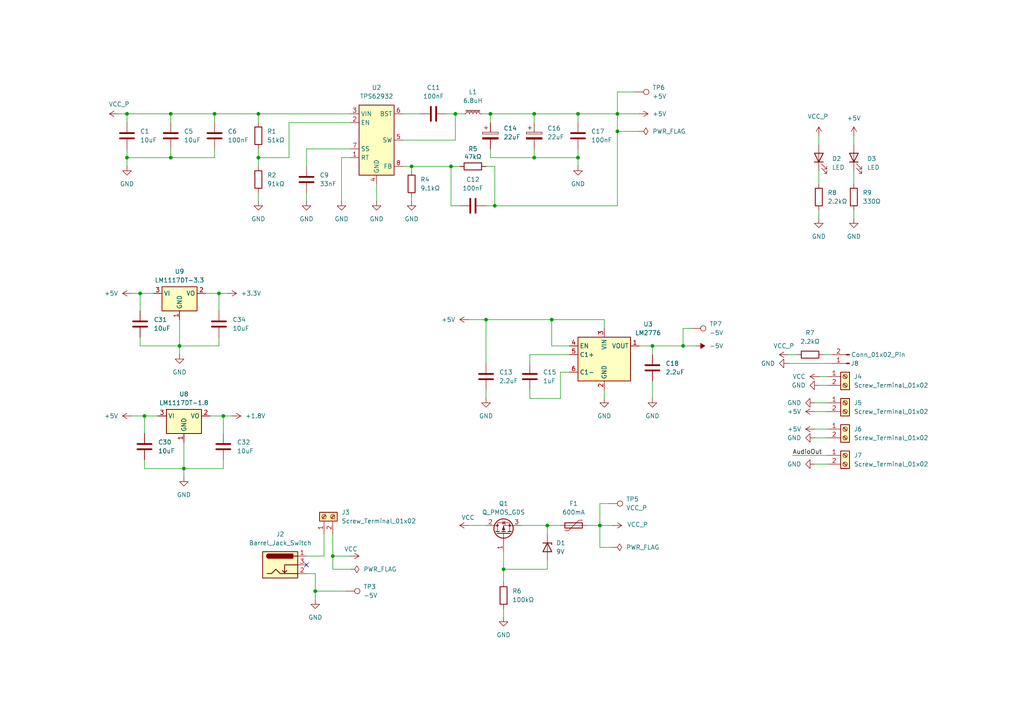
<source format=kicad_sch>
(kicad_sch (version 20250114) (generator "eeschema") (generator_version "9.0")
  (paper "A4")
  (title_block (title "${TITLE_BLOCK_PROJECT_NAME}") (date "${TITLE_BLOCK_DATE}") (rev "${TITLE_BLOCK_REVISION}") (company "${TITLE_BLOCK_AUTHOR}") (comment 1 "${TITLE_BLOCK_REPOSITORY}") (comment 8 "${TITLE_BLOCK_PROJECT_NAME_SHORT}") (comment 9 "${TITLE_BLOCK_BASE_REPOSITORY}"))
  (lib_symbols
    (symbol "Connector:Barrel_Jack_Switch" (pin_names (hide yes))
      (property "Reference" "J" (at 0 5.334 0))
      (property "Value" "Barrel_Jack_Switch" (at 0 -5.08 0))
      (symbol "Barrel_Jack_Switch_0_1"
        (rectangle (start -5.08 3.81) (end 5.08 -3.81) (stroke (width 0.254)) (fill (type background)))
        (polyline (pts (xy -3.81 -2.54) (xy -2.54 -2.54) (xy -1.27 -1.27) (xy 0 -2.54) (xy 2.54 -2.54) (xy 5.08 -2.54)) (stroke (width 0.254)))
        (arc (start -3.302 1.905) (mid -3.9343 2.54) (end -3.302 3.175) (stroke (width 0.254)))
        (arc (start -3.302 1.905) (mid -3.9343 2.54) (end -3.302 3.175) (stroke (width 0.254)) (fill (type outline)))
        (polyline (pts (xy 1.27 -2.286) (xy 1.905 -1.651)) (stroke (width 0.254)))
        (rectangle (start 3.683 3.175) (end -3.302 1.905) (stroke (width 0.254)) (fill (type outline)))
        (polyline (pts (xy 5.08 2.54) (xy 3.81 2.54)) (stroke (width 0.254)))
        (polyline (pts (xy 5.08 0) (xy 1.27 0) (xy 1.27 -2.286) (xy 0.635 -1.651)) (stroke (width 0.254)))
      )
      (symbol "Barrel_Jack_Switch_1_1"
        (pin passive line (at 7.62 2.54 180) (length 2.54) (name "~") (number "1"))
        (pin passive line (at 7.62 0 180) (length 2.54) (name "~") (number "3"))
        (pin passive line (at 7.62 -2.54 180) (length 2.54) (name "~") (number "2"))
      )
    )
    (symbol "Connector:Conn_01x02_Pin" (pin_names (offset 1.016) (hide yes))
      (property "Reference" "J" (at 0 2.54 0))
      (property "Value" "Conn_01x02_Pin" (at 0 -5.08 0))
      (symbol "Conn_01x02_Pin_1_1"
        (rectangle (start 0.8636 0.127) (end 0 -0.127) (stroke (width 0.1524)) (fill (type outline)))
        (rectangle (start 0.8636 -2.413) (end 0 -2.667) (stroke (width 0.1524)) (fill (type outline)))
        (polyline (pts (xy 1.27 0) (xy 0.8636 0)) (stroke (width 0.1524)))
        (polyline (pts (xy 1.27 -2.54) (xy 0.8636 -2.54)) (stroke (width 0.1524)))
        (pin passive line (at 5.08 0 180) (length 3.81) (name "Pin_1") (number "1"))
        (pin passive line (at 5.08 -2.54 180) (length 3.81) (name "Pin_2") (number "2"))
      )
    )
    (symbol "Connector:Screw_Terminal_01x02" (pin_names (offset 1.016) (hide yes))
      (property "Reference" "J" (at 0 2.54 0))
      (property "Value" "Screw_Terminal_01x02" (at 0 -5.08 0))
      (symbol "Screw_Terminal_01x02_1_1"
        (rectangle (start -1.27 1.27) (end 1.27 -3.81) (stroke (width 0.254)) (fill (type background)))
        (polyline (pts (xy -0.5334 0.3302) (xy 0.3302 -0.508)) (stroke (width 0.1524)))
        (polyline (pts (xy -0.5334 -2.2098) (xy 0.3302 -3.048)) (stroke (width 0.1524)))
        (polyline (pts (xy -0.3556 0.508) (xy 0.508 -0.3302)) (stroke (width 0.1524)))
        (polyline (pts (xy -0.3556 -2.032) (xy 0.508 -2.8702)) (stroke (width 0.1524)))
        (circle (center 0 0) (radius 0.635) (stroke (width 0.1524)))
        (circle (center 0 -2.54) (radius 0.635) (stroke (width 0.1524)))
        (pin passive line (at -5.08 0 0) (length 3.81) (name "Pin_1") (number "1"))
        (pin passive line (at -5.08 -2.54 0) (length 3.81) (name "Pin_2") (number "2"))
      )
    )
    (symbol "Connector:TestPoint" (pin_numbers (hide yes)) (pin_names (offset 0.762) (hide yes))
      (property "Reference" "TP" (at 0 6.858 0))
      (property "Value" "TestPoint" (at 0 5.08 0))
      (symbol "TestPoint_0_1"
        (circle (center 0 3.302) (radius 0.762))
      )
      (symbol "TestPoint_1_1"
        (pin passive line (at 0 0 90) (length 2.54) (name "1") (number "1"))
      )
    )
    (symbol "Device:C" (pin_numbers (hide yes)) (pin_names (offset 0.254))
      (property "Reference" "C" (at 0.635 2.54 0))
      (property "Value" "C" (at 0.635 -2.54 0))
      (symbol "C_0_1"
        (polyline (pts (xy -2.032 0.762) (xy 2.032 0.762)) (stroke (width 0.508)))
        (polyline (pts (xy -2.032 -0.762) (xy 2.032 -0.762)) (stroke (width 0.508)))
      )
      (symbol "C_1_1"
        (pin passive line (at 0 3.81 270) (length 2.794) (name "~") (number "1"))
        (pin passive line (at 0 -3.81 90) (length 2.794) (name "~") (number "2"))
      )
    )
    (symbol "Device:C_Polarized" (pin_numbers (hide yes)) (pin_names (offset 0.254))
      (property "Reference" "C" (at 0.635 2.54 0))
      (property "Value" "C_Polarized" (at 0.635 -2.54 0))
      (symbol "C_Polarized_0_1"
        (rectangle (start -2.286 0.508) (end 2.286 1.016))
        (polyline (pts (xy -1.778 2.286) (xy -0.762 2.286)))
        (polyline (pts (xy -1.27 2.794) (xy -1.27 1.778)))
        (rectangle (start 2.286 -0.508) (end -2.286 -1.016) (fill (type outline)))
      )
      (symbol "C_Polarized_1_1"
        (pin passive line (at 0 3.81 270) (length 2.794) (name "~") (number "1"))
        (pin passive line (at 0 -3.81 90) (length 2.794) (name "~") (number "2"))
      )
    )
    (symbol "Device:D_Zener" (pin_numbers (hide yes)) (pin_names (offset 1.016) (hide yes))
      (property "Reference" "D" (at 0 2.54 0))
      (property "Value" "D_Zener" (at 0 -2.54 0))
      (symbol "D_Zener_0_1"
        (polyline (pts (xy -1.27 -1.27) (xy -1.27 1.27) (xy -0.762 1.27)) (stroke (width 0.254)))
        (polyline (pts (xy 1.27 0) (xy -1.27 0)))
        (polyline (pts (xy 1.27 -1.27) (xy 1.27 1.27) (xy -1.27 0) (xy 1.27 -1.27)) (stroke (width 0.254)))
      )
      (symbol "D_Zener_1_1"
        (pin passive line (at -3.81 0 0) (length 2.54) (name "K") (number "1"))
        (pin passive line (at 3.81 0 180) (length 2.54) (name "A") (number "2"))
      )
    )
    (symbol "Device:LED" (pin_numbers (hide yes)) (pin_names (offset 1.016) (hide yes))
      (property "Reference" "D" (at 0 2.54 0))
      (property "Value" "LED" (at 0 -2.54 0))
      (symbol "LED_0_1"
        (polyline (pts (xy -3.048 -0.762) (xy -4.572 -2.286) (xy -3.81 -2.286) (xy -4.572 -2.286) (xy -4.572 -1.524)))
        (polyline (pts (xy -1.778 -0.762) (xy -3.302 -2.286) (xy -2.54 -2.286) (xy -3.302 -2.286) (xy -3.302 -1.524)))
        (polyline (pts (xy -1.27 0) (xy 1.27 0)))
        (polyline (pts (xy -1.27 -1.27) (xy -1.27 1.27)) (stroke (width 0.254)))
        (polyline (pts (xy 1.27 -1.27) (xy 1.27 1.27) (xy -1.27 0) (xy 1.27 -1.27)) (stroke (width 0.254)))
      )
      (symbol "LED_1_1"
        (pin passive line (at -3.81 0 0) (length 2.54) (name "K") (number "1"))
        (pin passive line (at 3.81 0 180) (length 2.54) (name "A") (number "2"))
      )
    )
    (symbol "Device:L_Iron_Small" (pin_numbers (hide yes)) (pin_names (offset 0.254) (hide yes))
      (property "Reference" "L" (at 1.27 1.016 0))
      (property "Value" "L_Iron_Small" (at 1.27 -1.27 0))
      (symbol "L_Iron_Small_0_1"
        (arc (start 0 2.032) (mid 0.5058 1.524) (end 0 1.016))
        (arc (start 0 1.016) (mid 0.5058 0.508) (end 0 0))
        (arc (start 0 0) (mid 0.5058 -0.508) (end 0 -1.016))
        (arc (start 0 -1.016) (mid 0.5058 -1.524) (end 0 -2.032))
        (polyline (pts (xy 0.762 2.032) (xy 0.762 -2.032)))
        (polyline (pts (xy 1.016 -2.032) (xy 1.016 2.032)))
      )
      (symbol "L_Iron_Small_1_1"
        (pin passive line (at 0 2.54 270) (length 0.508) (name "~") (number "1"))
        (pin passive line (at 0 -2.54 90) (length 0.508) (name "~") (number "2"))
      )
    )
    (symbol "Device:Polyfuse" (pin_numbers (hide yes)) (pin_names (offset 0))
      (property "Reference" "F" (at -2.54 0 90))
      (property "Value" "Polyfuse" (at 2.54 0 90))
      (symbol "Polyfuse_0_1"
        (polyline (pts (xy -1.524 2.54) (xy -1.524 1.524) (xy 1.524 -1.524) (xy 1.524 -2.54)))
        (rectangle (start -0.762 2.54) (end 0.762 -2.54) (stroke (width 0.254)))
        (polyline (pts (xy 0 2.54) (xy 0 -2.54)))
      )
      (symbol "Polyfuse_1_1"
        (pin passive line (at 0 3.81 270) (length 1.27) (name "~") (number "1"))
        (pin passive line (at 0 -3.81 90) (length 1.27) (name "~") (number "2"))
      )
    )
    (symbol "Device:Q_PMOS_GDS" (pin_names (offset 0) (hide yes))
      (property "Reference" "Q" (at 5.08 1.27 0))
      (property "Value" "Q_PMOS_GDS" (at 5.08 -1.27 0))
      (symbol "Q_PMOS_GDS_0_1"
        (polyline (pts (xy 0.254 1.905) (xy 0.254 -1.905)) (stroke (width 0.254)))
        (polyline (pts (xy 0.254 0) (xy -2.54 0)))
        (polyline (pts (xy 0.762 2.286) (xy 0.762 1.27)) (stroke (width 0.254)))
        (polyline (pts (xy 0.762 1.778) (xy 3.302 1.778) (xy 3.302 -1.778) (xy 0.762 -1.778)))
        (polyline (pts (xy 0.762 0.508) (xy 0.762 -0.508)) (stroke (width 0.254)))
        (polyline (pts (xy 0.762 -1.27) (xy 0.762 -2.286)) (stroke (width 0.254)))
        (circle (center 1.651 0) (radius 2.794) (stroke (width 0.254)))
        (polyline (pts (xy 2.286 0) (xy 1.27 0.381) (xy 1.27 -0.381) (xy 2.286 0)) (fill (type outline)))
        (polyline (pts (xy 2.54 2.54) (xy 2.54 1.778)))
        (circle (center 2.54 1.778) (radius 0.254) (fill (type outline)))
        (circle (center 2.54 -1.778) (radius 0.254) (fill (type outline)))
        (polyline (pts (xy 2.54 -2.54) (xy 2.54 0) (xy 0.762 0)))
        (polyline (pts (xy 2.794 -0.508) (xy 2.921 -0.381) (xy 3.683 -0.381) (xy 3.81 -0.254)))
        (polyline (pts (xy 3.302 -0.381) (xy 2.921 0.254) (xy 3.683 0.254) (xy 3.302 -0.381)))
      )
      (symbol "Q_PMOS_GDS_1_1"
        (pin input line (at -5.08 0 0) (length 2.54) (name "G") (number "1"))
        (pin passive line (at 2.54 5.08 270) (length 2.54) (name "D") (number "2"))
        (pin passive line (at 2.54 -5.08 90) (length 2.54) (name "S") (number "3"))
      )
    )
    (symbol "Device:R" (pin_numbers (hide yes)) (pin_names (offset 0))
      (property "Reference" "R" (at 2.032 0 90))
      (property "Value" "R" (at 0 0 90))
      (symbol "R_0_1"
        (rectangle (start -1.016 -2.54) (end 1.016 2.54) (stroke (width 0.254)))
      )
      (symbol "R_1_1"
        (pin passive line (at 0 3.81 270) (length 1.27) (name "~") (number "1"))
        (pin passive line (at 0 -3.81 90) (length 1.27) (name "~") (number "2"))
      )
    )
    (symbol "Regulator_Linear:LM1117DT-1.8"
      (property "Reference" "U" (at -3.81 3.175 0))
      (property "Value" "LM1117DT-1.8" (at 0 3.175 0))
      (symbol "LM1117DT-1.8_0_1"
        (rectangle (start -5.08 -5.08) (end 5.08 1.905) (stroke (width 0.254)) (fill (type background)))
      )
      (symbol "LM1117DT-1.8_1_1"
        (pin power_in line (at -7.62 0 0) (length 2.54) (name "VI") (number "3"))
        (pin power_in line (at 0 -7.62 90) (length 2.54) (name "GND") (number "1"))
        (pin power_out line (at 7.62 0 180) (length 2.54) (name "VO") (number "2"))
      )
    )
    (symbol "Regulator_Linear:LM1117DT-3.3"
      (property "Reference" "U" (at -3.81 3.175 0))
      (property "Value" "LM1117DT-3.3" (at 0 3.175 0))
      (symbol "LM1117DT-3.3_0_1"
        (rectangle (start -5.08 -5.08) (end 5.08 1.905) (stroke (width 0.254)) (fill (type background)))
      )
      (symbol "LM1117DT-3.3_1_1"
        (pin power_in line (at -7.62 0 0) (length 2.54) (name "VI") (number "3"))
        (pin power_in line (at 0 -7.62 90) (length 2.54) (name "GND") (number "1"))
        (pin power_out line (at 7.62 0 180) (length 2.54) (name "VO") (number "2"))
      )
    )
    (symbol "Regulator_SwitchedCapacitor:LM2776"
      (property "Reference" "U" (at -6.35 6.35 0))
      (property "Value" "LM2776" (at 1.27 6.35 0))
      (symbol "LM2776_0_1"
        (rectangle (start -7.62 5.08) (end 7.62 -7.62) (stroke (width 0.254)) (fill (type background)))
      )
      (symbol "LM2776_1_1"
        (pin input line (at -10.16 2.54 0) (length 2.54) (name "EN") (number "4"))
        (pin passive line (at -10.16 0 0) (length 2.54) (name "C1+") (number "5"))
        (pin passive line (at -10.16 -5.08 0) (length 2.54) (name "C1-") (number "6"))
        (pin power_in line (at 0 7.62 270) (length 2.54) (name "VIN") (number "3"))
        (pin power_in line (at 0 -10.16 90) (length 2.54) (name "GND") (number "2"))
        (pin power_out line (at 10.16 2.54 180) (length 2.54) (name "VOUT") (number "1"))
      )
    )
    (symbol "Regulator_Switching:TPS62932"
      (property "Reference" "U" (at 0 13.97 0))
      (property "Value" "TPS62932" (at 0 11.43 0))
      (symbol "TPS62932_0_1"
        (rectangle (start -5.08 10.16) (end 5.08 -10.16) (stroke (width 0.254)) (fill (type background)))
      )
      (symbol "TPS62932_1_1"
        (pin power_in line (at -7.62 7.62 0) (length 2.54) (name "VIN") (number "3"))
        (pin input line (at -7.62 5.08 0) (length 2.54) (name "EN") (number "2"))
        (pin passive line (at -7.62 -2.54 0) (length 2.54) (name "SS") (number "7"))
        (pin passive line (at -7.62 -5.08 0) (length 2.54) (name "RT") (number "1"))
        (pin power_in line (at 0 -12.7 90) (length 2.54) (name "GND") (number "4"))
        (pin passive line (at 7.62 7.62 180) (length 2.54) (name "BST") (number "6"))
        (pin output line (at 7.62 0 180) (length 2.54) (name "SW") (number "5"))
        (pin input line (at 7.62 -7.62 180) (length 2.54) (name "FB") (number "8"))
      )
    )
    (symbol "power:+5V" (power) (pin_numbers (hide yes)) (pin_names (offset 0) (hide yes))
      (property "Value" "+5V" (at 0 3.556 0))
      (symbol "+5V_0_1"
        (polyline (pts (xy -0.762 1.27) (xy 0 2.54)))
        (polyline (pts (xy 0 2.54) (xy 0.762 1.27)))
        (polyline (pts (xy 0 0) (xy 0 2.54)))
      )
      (symbol "+5V_1_1"
        (pin power_in line (at 0 0 90) (length 0) (name "~") (number "1"))
      )
    )
    (symbol "power:-5V" (power) (pin_numbers (hide yes)) (pin_names (offset 0) (hide yes))
      (property "Value" "-5V" (at 0 3.556 0))
      (symbol "-5V_0_0"
        (pin power_in line (at 0 0 90) (length 0) (name "~") (number "1"))
      )
      (symbol "-5V_0_1"
        (polyline (pts (xy 0 0) (xy 0 1.27) (xy 0.762 1.27) (xy 0 2.54) (xy -0.762 1.27) (xy 0 1.27)) (fill (type outline)))
      )
    )
    (symbol "power:GND" (power) (pin_numbers (hide yes)) (pin_names (offset 0) (hide yes))
      (property "Value" "GND" (at 0 -3.81 0))
      (symbol "GND_0_1"
        (polyline (pts (xy 0 0) (xy 0 -1.27) (xy 1.27 -1.27) (xy 0 -2.54) (xy -1.27 -1.27) (xy 0 -1.27)))
      )
      (symbol "GND_1_1"
        (pin power_in line (at 0 0 270) (length 0) (name "~") (number "1"))
      )
    )
    (symbol "power:PWR_FLAG" (power) (pin_numbers (hide yes)) (pin_names (offset 0) (hide yes))
      (property "Value" "PWR_FLAG" (at 0 3.81 0))
      (symbol "PWR_FLAG_0_0"
        (pin power_out line (at 0 0 90) (length 0) (name "~") (number "1"))
      )
      (symbol "PWR_FLAG_0_1"
        (polyline (pts (xy 0 0) (xy 0 1.27) (xy -1.016 1.905) (xy 0 2.54) (xy 1.016 1.905) (xy 0 1.27)))
      )
    )
    (symbol "power:VCC" (power) (pin_numbers (hide yes)) (pin_names (offset 0) (hide yes))
      (property "Value" "VCC" (at 0 3.556 0))
      (symbol "VCC_0_1"
        (polyline (pts (xy -0.762 1.27) (xy 0 2.54)))
        (polyline (pts (xy 0 2.54) (xy 0.762 1.27)))
        (polyline (pts (xy 0 0) (xy 0 2.54)))
      )
      (symbol "VCC_1_1"
        (pin power_in line (at 0 0 90) (length 0) (name "~") (number "1"))
      )
    )
  )
  (rectangle (start 153.67 110.49) (end 153.67 110.49))
  (junction (at 36.83 45.72))
  (junction (at 130.81 48.26))
  (junction (at 167.64 45.72))
  (junction (at 189.23 100.33))
  (junction (at 179.07 38.1))
  (junction (at 74.93 45.72))
  (junction (at 167.64 33.02))
  (junction (at 62.23 33.02))
  (junction (at 173.99 152.4))
  (junction (at 154.94 45.72))
  (junction (at 132.08 33.02))
  (junction (at 140.97 92.71))
  (junction (at 198.12 100.33))
  (junction (at 142.24 33.02))
  (junction (at 36.83 33.02))
  (junction (at 63.5 85.09))
  (junction (at 119.38 48.26))
  (junction (at 41.91 120.65))
  (junction (at 143.51 59.69))
  (junction (at 49.53 45.72))
  (junction (at 40.64 85.09))
  (junction (at 64.77 120.65))
  (junction (at 49.53 33.02))
  (junction (at 74.93 33.02))
  (junction (at 160.02 92.71))
  (junction (at 179.07 33.02))
  (junction (at 154.94 33.02))
  (junction (at 158.75 152.4))
  (junction (at 53.34 135.89))
  (junction (at 91.44 171.45))
  (junction (at 96.52 161.29))
  (junction (at 146.05 165.1))
  (junction (at 52.07 100.33))
  (no_connect (at 88.9 163.83))
  (wire (pts (xy 38.1 85.09) (xy 40.64 85.09)))
  (wire (pts (xy 179.07 38.1) (xy 179.07 59.69)))
  (wire (pts (xy 41.91 135.89) (xy 53.34 135.89)))
  (wire (pts (xy 40.64 85.09) (xy 44.45 85.09)))
  (wire (pts (xy 170.18 152.4) (xy 173.99 152.4)))
  (wire (pts (xy 167.64 35.56) (xy 167.64 33.02)))
  (wire (pts (xy 237.49 60.96) (xy 237.49 63.5)))
  (wire (pts (xy 167.64 33.02) (xy 179.07 33.02)))
  (wire (pts (xy 135.89 92.71) (xy 140.97 92.71)))
  (wire (pts (xy 38.1 120.65) (xy 41.91 120.65)))
  (wire (pts (xy 175.26 113.03) (xy 175.26 115.57)))
  (wire (pts (xy 167.64 45.72) (xy 167.64 48.26)))
  (wire (pts (xy 135.89 152.4) (xy 140.97 152.4)))
  (wire (pts (xy 133.35 59.69) (xy 130.81 59.69)))
  (wire (pts (xy 36.83 33.02) (xy 49.53 33.02)))
  (wire (pts (xy 247.65 49.53) (xy 247.65 53.34)))
  (wire (pts (xy 119.38 49.53) (xy 119.38 48.26)))
  (wire (pts (xy 40.64 97.79) (xy 40.64 100.33)))
  (wire (pts (xy 146.05 165.1) (xy 146.05 168.91)))
  (wire (pts (xy 142.24 45.72) (xy 154.94 45.72)))
  (wire (pts (xy 179.07 33.02) (xy 179.07 38.1)))
  (wire (pts (xy 64.77 120.65) (xy 64.77 125.73)))
  (wire (pts (xy 63.5 97.79) (xy 63.5 100.33)))
  (wire (pts (xy 63.5 85.09) (xy 59.69 85.09)))
  (wire (pts (xy 49.53 45.72) (xy 62.23 45.72)))
  (wire (pts (xy 49.53 45.72) (xy 49.53 43.18)))
  (wire (pts (xy 177.8 158.75) (xy 173.99 158.75)))
  (wire (pts (xy 143.51 59.69) (xy 179.07 59.69)))
  (wire (pts (xy 142.24 33.02) (xy 142.24 35.56)))
  (wire (pts (xy 132.08 33.02) (xy 129.54 33.02)))
  (wire (pts (xy 88.9 43.18) (xy 88.9 48.26)))
  (wire (pts (xy 119.38 57.15) (xy 119.38 58.42)))
  (wire (pts (xy 52.07 100.33) (xy 63.5 100.33)))
  (wire (pts (xy 88.9 55.88) (xy 88.9 58.42)))
  (wire (pts (xy 238.76 102.87) (xy 241.3 102.87)))
  (wire (pts (xy 140.97 113.03) (xy 140.97 115.57)))
  (wire (pts (xy 153.67 115.57) (xy 162.56 115.57)))
  (wire (pts (xy 179.07 26.67) (xy 179.07 33.02)))
  (wire (pts (xy 93.98 161.29) (xy 93.98 154.94)))
  (wire (pts (xy 158.75 152.4) (xy 162.56 152.4)))
  (wire (pts (xy 140.97 92.71) (xy 140.97 105.41)))
  (wire (pts (xy 36.83 45.72) (xy 49.53 45.72)))
  (wire (pts (xy 247.65 60.96) (xy 247.65 63.5)))
  (wire (pts (xy 158.75 165.1) (xy 146.05 165.1)))
  (wire (pts (xy 62.23 33.02) (xy 74.93 33.02)))
  (wire (pts (xy 63.5 85.09) (xy 66.04 85.09)))
  (wire (pts (xy 189.23 100.33) (xy 198.12 100.33)))
  (wire (pts (xy 179.07 33.02) (xy 185.42 33.02)))
  (wire (pts (xy 153.67 102.87) (xy 165.1 102.87)))
  (wire (pts (xy 185.42 100.33) (xy 189.23 100.33)))
  (wire (pts (xy 91.44 166.37) (xy 88.9 166.37)))
  (wire (pts (xy 36.83 48.26) (xy 36.83 45.72)))
  (wire (pts (xy 154.94 45.72) (xy 167.64 45.72)))
  (wire (pts (xy 40.64 90.17) (xy 40.64 85.09)))
  (wire (pts (xy 228.6 105.41) (xy 241.3 105.41)))
  (wire (pts (xy 74.93 33.02) (xy 101.6 33.02)))
  (wire (pts (xy 41.91 125.73) (xy 41.91 120.65)))
  (wire (pts (xy 96.52 154.94) (xy 96.52 161.29)))
  (wire (pts (xy 167.64 45.72) (xy 167.64 43.18)))
  (wire (pts (xy 91.44 173.99) (xy 91.44 171.45)))
  (wire (pts (xy 116.84 33.02) (xy 121.92 33.02)))
  (wire (pts (xy 109.22 53.34) (xy 109.22 58.42)))
  (wire (pts (xy 158.75 154.94) (xy 158.75 152.4)))
  (wire (pts (xy 229.87 132.08) (xy 240.03 132.08)))
  (wire (pts (xy 96.52 165.1) (xy 96.52 161.29)))
  (wire (pts (xy 40.64 100.33) (xy 52.07 100.33)))
  (wire (pts (xy 189.23 110.49) (xy 189.23 115.57)))
  (wire (pts (xy 236.22 124.46) (xy 240.03 124.46)))
  (wire (pts (xy 74.93 33.02) (xy 74.93 35.56)))
  (wire (pts (xy 36.83 43.18) (xy 36.83 45.72)))
  (wire (pts (xy 237.49 111.76) (xy 240.03 111.76)))
  (wire (pts (xy 88.9 161.29) (xy 93.98 161.29)))
  (wire (pts (xy 101.6 161.29) (xy 96.52 161.29)))
  (wire (pts (xy 140.97 59.69) (xy 143.51 59.69)))
  (wire (pts (xy 101.6 43.18) (xy 88.9 43.18)))
  (wire (pts (xy 200.66 95.25) (xy 198.12 95.25)))
  (wire (pts (xy 189.23 100.33) (xy 189.23 102.87)))
  (wire (pts (xy 64.77 135.89) (xy 64.77 133.35)))
  (wire (pts (xy 130.81 48.26) (xy 133.35 48.26)))
  (wire (pts (xy 142.24 33.02) (xy 154.94 33.02)))
  (wire (pts (xy 154.94 45.72) (xy 154.94 43.18)))
  (wire (pts (xy 162.56 115.57) (xy 162.56 107.95)))
  (wire (pts (xy 236.22 116.84) (xy 240.03 116.84)))
  (wire (pts (xy 99.06 45.72) (xy 101.6 45.72)))
  (wire (pts (xy 198.12 100.33) (xy 201.93 100.33)))
  (wire (pts (xy 160.02 100.33) (xy 165.1 100.33)))
  (wire (pts (xy 158.75 152.4) (xy 151.13 152.4)))
  (wire (pts (xy 130.81 59.69) (xy 130.81 48.26)))
  (wire (pts (xy 179.07 26.67) (xy 184.15 26.67)))
  (wire (pts (xy 153.67 105.41) (xy 153.67 102.87)))
  (wire (pts (xy 119.38 48.26) (xy 116.84 48.26)))
  (wire (pts (xy 83.82 35.56) (xy 83.82 45.72)))
  (wire (pts (xy 91.44 171.45) (xy 91.44 166.37)))
  (wire (pts (xy 53.34 128.27) (xy 53.34 135.89)))
  (wire (pts (xy 173.99 152.4) (xy 177.8 152.4)))
  (wire (pts (xy 34.29 33.02) (xy 36.83 33.02)))
  (wire (pts (xy 146.05 176.53) (xy 146.05 179.07)))
  (wire (pts (xy 52.07 92.71) (xy 52.07 100.33)))
  (wire (pts (xy 143.51 48.26) (xy 143.51 59.69)))
  (wire (pts (xy 173.99 146.05) (xy 173.99 152.4)))
  (wire (pts (xy 99.06 45.72) (xy 99.06 58.42)))
  (wire (pts (xy 119.38 48.26) (xy 130.81 48.26)))
  (wire (pts (xy 162.56 107.95) (xy 165.1 107.95)))
  (wire (pts (xy 153.67 113.03) (xy 153.67 115.57)))
  (wire (pts (xy 237.49 49.53) (xy 237.49 53.34)))
  (wire (pts (xy 160.02 100.33) (xy 160.02 92.71)))
  (wire (pts (xy 91.44 171.45) (xy 100.33 171.45)))
  (wire (pts (xy 49.53 33.02) (xy 62.23 33.02)))
  (wire (pts (xy 74.93 43.18) (xy 74.93 45.72)))
  (wire (pts (xy 41.91 120.65) (xy 45.72 120.65)))
  (wire (pts (xy 74.93 55.88) (xy 74.93 58.42)))
  (wire (pts (xy 74.93 45.72) (xy 83.82 45.72)))
  (wire (pts (xy 41.91 133.35) (xy 41.91 135.89)))
  (wire (pts (xy 175.26 92.71) (xy 175.26 95.25)))
  (wire (pts (xy 154.94 33.02) (xy 167.64 33.02)))
  (wire (pts (xy 53.34 135.89) (xy 53.34 138.43)))
  (wire (pts (xy 175.26 92.71) (xy 160.02 92.71)))
  (wire (pts (xy 74.93 48.26) (xy 74.93 45.72)))
  (wire (pts (xy 132.08 33.02) (xy 134.62 33.02)))
  (wire (pts (xy 60.96 120.65) (xy 64.77 120.65)))
  (wire (pts (xy 62.23 33.02) (xy 62.23 35.56)))
  (wire (pts (xy 236.22 127) (xy 240.03 127)))
  (wire (pts (xy 142.24 43.18) (xy 142.24 45.72)))
  (wire (pts (xy 160.02 92.71) (xy 140.97 92.71)))
  (wire (pts (xy 176.53 146.05) (xy 173.99 146.05)))
  (wire (pts (xy 139.7 33.02) (xy 142.24 33.02)))
  (wire (pts (xy 228.6 102.87) (xy 231.14 102.87)))
  (wire (pts (xy 237.49 109.22) (xy 240.03 109.22)))
  (wire (pts (xy 198.12 95.25) (xy 198.12 100.33)))
  (wire (pts (xy 36.83 35.56) (xy 36.83 33.02)))
  (wire (pts (xy 237.49 39.37) (xy 237.49 41.91)))
  (wire (pts (xy 52.07 100.33) (xy 52.07 102.87)))
  (wire (pts (xy 158.75 162.56) (xy 158.75 165.1)))
  (wire (pts (xy 101.6 165.1) (xy 96.52 165.1)))
  (wire (pts (xy 132.08 40.64) (xy 132.08 33.02)))
  (wire (pts (xy 67.31 120.65) (xy 64.77 120.65)))
  (wire (pts (xy 101.6 35.56) (xy 83.82 35.56)))
  (wire (pts (xy 236.22 134.62) (xy 240.03 134.62)))
  (wire (pts (xy 140.97 48.26) (xy 143.51 48.26)))
  (wire (pts (xy 236.22 119.38) (xy 240.03 119.38)))
  (wire (pts (xy 173.99 158.75) (xy 173.99 152.4)))
  (wire (pts (xy 179.07 38.1) (xy 185.42 38.1)))
  (wire (pts (xy 146.05 160.02) (xy 146.05 165.1)))
  (wire (pts (xy 247.65 39.37) (xy 247.65 41.91)))
  (wire (pts (xy 62.23 43.18) (xy 62.23 45.72)))
  (wire (pts (xy 154.94 35.56) (xy 154.94 33.02)))
  (wire (pts (xy 53.34 135.89) (xy 64.77 135.89)))
  (wire (pts (xy 116.84 40.64) (xy 132.08 40.64)))
  (wire (pts (xy 49.53 33.02) (xy 49.53 35.56)))
  (wire (pts (xy 63.5 90.17) (xy 63.5 85.09)))
  (label "AudioOut" (at 229.87 132.08 0))
  (symbol (lib_id "Device:C_Polarized") (at 142.24 39.37 0) (unit 1)
    (property "Reference" "C14" (at 146.05 37.2109 0) (effects (justify left)))
    (property "Value" "22uF" (at 146.05 39.7509 0) (effects (justify left)))
    (property "Footprint" "Capacitor_SMD:CP_Elec_4x5.4" (effects (hide yes)))
    (property "Description" "Polarized capacitor" (effects (hide yes)))
  )
  (symbol (lib_id "power:VCC") (at 237.49 39.37 0) (unit 1)
    (property "Reference" "#PWR035" (effects (hide yes)))
    (property "Value" "VCC_P" (at 234.188 33.782 0) (effects (justify left)))
    (property "Description" "Power symbol creates a global label with name \"VCC\"" (effects (hide yes)))
  )
  (symbol (lib_id "power:+5V") (at 38.1 85.09 90) (unit 1)
    (property "Reference" "#PWR062" (effects (hide yes)))
    (property "Value" "+5V" (at 34.29 85.09 90) (effects (justify left)))
    (property "Description" "Power symbol creates a global label with name \"+5V\"" (effects (hide yes)))
  )
  (symbol (lib_id "Device:R") (at 74.93 52.07 0) (unit 1)
    (property "Reference" "R2" (at 77.47 50.7999 0) (effects (justify left)))
    (property "Value" "91kΩ" (at 77.47 53.3399 0) (effects (justify left)))
    (property "Footprint" "Resistor_SMD:R_0805_2012Metric_Pad1.20x1.40mm_HandSolder" (effects (hide yes)))
    (property "Description" "Resistor" (effects (hide yes)))
  )
  (symbol (lib_id "power:GND") (at 237.49 111.76 270) (unit 1)
    (property "Reference" "#PWR038" (effects (hide yes)))
    (property "Value" "GND" (at 233.68 111.7599 90) (effects (justify right)))
    (property "Description" "Power symbol creates a global label with name \"GND\" , ground" (effects (hide yes)))
  )
  (symbol (lib_id "power:GND") (at 52.07 102.87 0) (unit 1)
    (property "Reference" "#PWR061" (effects (hide yes)))
    (property "Value" "GND" (at 52.07 107.95 0))
    (property "Description" "Power symbol creates a global label with name \"GND\" , ground" (effects (hide yes)))
  )
  (symbol (lib_id "Connector:TestPoint") (at 200.66 95.25 270) (unit 1)
    (property "Reference" "TP7" (at 205.74 93.9799 90) (effects (justify left)))
    (property "Value" "-5V" (at 205.74 96.5199 90) (effects (justify left)))
    (property "Footprint" "TestPoint:TestPoint_Pad_D1.0mm" (effects (hide yes)))
    (property "Description" "test point" (effects (hide yes)))
  )
  (symbol (lib_id "power:+5V") (at 247.65 39.37 0) (unit 1)
    (property "Reference" "#PWR039" (effects (hide yes)))
    (property "Value" "+5V" (at 247.65 34.29 0))
    (property "Description" "Power symbol creates a global label with name \"+5V\"" (effects (hide yes)))
  )
  (symbol (lib_id "power:+5V") (at 67.31 120.65 270) (unit 1)
    (property "Reference" "#PWR058" (effects (hide yes)))
    (property "Value" "+1.8V" (at 71.12 120.65 90) (effects (justify left)))
    (property "Description" "Power symbol creates a global label with name \"+5V\"" (effects (hide yes)))
  )
  (symbol (lib_id "power:GND") (at 109.22 58.42 0) (unit 1)
    (property "Reference" "#PWR016" (effects (hide yes)))
    (property "Value" "GND" (at 109.22 63.5 0))
    (property "Description" "Power symbol creates a global label with name \"GND\" , ground" (effects (hide yes)))
  )
  (symbol (lib_id "Connector:Screw_Terminal_01x02") (at 245.11 132.08 0) (unit 1)
    (property "Reference" "J7" (at 247.65 132.0799 0) (effects (justify left)))
    (property "Value" "Screw_Terminal_01x02" (at 247.65 134.6199 0) (effects (justify left)))
    (property "Footprint" "TerminalBlock_Phoenix:TerminalBlock_Phoenix_MPT-0,5-2-2.54_1x02_P2.54mm_Horizontal" (effects (hide yes)))
    (property "Description" "Generic screw terminal, single row, 01x02, script generated (kicad-library-utils/schlib/autogen/connector/)" (effects (hide yes)))
    (property "LCSC" "C5188442" (effects (hide yes)))
  )
  (symbol (lib_id "power:GND") (at 236.22 134.62 270) (unit 1)
    (property "Reference" "#PWR034" (effects (hide yes)))
    (property "Value" "GND" (at 232.41 134.6199 90) (effects (justify right)))
    (property "Description" "Power symbol creates a global label with name \"GND\" , ground" (effects (hide yes)))
  )
  (symbol (lib_id "power:PWR_FLAG") (at 101.6 165.1 270) (unit 1)
    (property "Reference" "#FLG01" (effects (hide yes)))
    (property "Value" "PWR_FLAG" (at 105.41 165.0999 90) (effects (justify left)))
    (property "Description" "Special symbol for telling ERC where power comes from" (effects (hide yes)))
  )
  (symbol (lib_id "Device:C_Polarized") (at 154.94 39.37 0) (unit 1)
    (property "Reference" "C16" (at 158.75 37.2109 0) (effects (justify left)))
    (property "Value" "22uF" (at 158.75 39.7509 0) (effects (justify left)))
    (property "Footprint" "Capacitor_SMD:CP_Elec_4x5.4" (effects (hide yes)))
    (property "Description" "Polarized capacitor" (effects (hide yes)))
  )
  (symbol (lib_id "power:+5V") (at 236.22 119.38 90) (unit 1)
    (property "Reference" "#PWR031" (effects (hide yes)))
    (property "Value" "+5V" (at 232.41 119.3799 90) (effects (justify left)))
    (property "Description" "Power symbol creates a global label with name \"+5V\"" (effects (hide yes)))
  )
  (symbol (lib_id "power:+5V") (at 236.22 124.46 90) (unit 1)
    (property "Reference" "#PWR032" (effects (hide yes)))
    (property "Value" "+5V" (at 232.41 124.4599 90) (effects (justify left)))
    (property "Description" "Power symbol creates a global label with name \"+5V\"" (effects (hide yes)))
  )
  (symbol (lib_id "Connector:Conn_01x02_Pin") (at 246.38 105.41 180) (unit 1)
    (property "Reference" "J8" (at 247.904 105.41 0))
    (property "Value" "Conn_01x02_Pin" (at 254.762 102.87 0))
    (property "Footprint" "Connector_PinHeader_2.54mm:PinHeader_1x02_P2.54mm_Vertical" (effects (hide yes)))
    (property "Description" "Generic connector, single row, 01x02, script generated" (effects (hide yes)))
  )
  (symbol (lib_id "Device:C") (at 36.83 39.37 0) (unit 1)
    (property "Reference" "C1" (at 40.64 38.0999 0) (effects (justify left)))
    (property "Value" "10uF" (at 40.64 40.6399 0) (effects (justify left)))
    (property "Footprint" "Capacitor_SMD:C_0805_2012Metric_Pad1.18x1.45mm_HandSolder" (effects (hide yes)))
    (property "Description" "Unpolarized capacitor" (effects (hide yes)))
  )
  (symbol (lib_id "Device:C") (at 63.5 93.98 180) (unit 1)
    (property "Reference" "C34" (at 67.4311 92.7099 0) (effects (justify right)))
    (property "Value" "10uF" (at 67.4311 95.2499 0) (effects (justify right)))
    (property "Footprint" "Capacitor_SMD:C_0805_2012Metric_Pad1.18x1.45mm_HandSolder" (effects (hide yes)))
    (property "Description" "Unpolarized capacitor" (effects (hide yes)))
  )
  (symbol (lib_id "Device:Polyfuse") (at 166.37 152.4 90) (unit 1)
    (property "Reference" "F1" (at 166.37 146.05 90))
    (property "Value" "600mA" (at 166.37 148.59 90))
    (property "Footprint" "balanced-receiver:Fuse_1812_4532Metric_Pad1.30x3.40mm_HandSolder" (effects (hide yes)))
    (property "Description" "Resettable fuse, polymeric positive temperature coefficient" (effects (hide yes)))
    (property "LCSC" "C135357" (effects (hide yes)))
  )
  (symbol (lib_id "power:GND") (at 189.23 115.57 0) (unit 1)
    (property "Reference" "#PWR026" (effects (hide yes)))
    (property "Value" "GND" (at 189.23 120.65 0))
    (property "Description" "Power symbol creates a global label with name \"GND\" , ground" (effects (hide yes)))
  )
  (symbol (lib_id "Device:C") (at 125.73 33.02 90) (unit 1)
    (property "Reference" "C11" (at 125.73 25.4 90))
    (property "Value" "100nF" (at 125.73 27.94 90))
    (property "Footprint" "Capacitor_SMD:C_0805_2012Metric_Pad1.18x1.45mm_HandSolder" (effects (hide yes)))
    (property "Description" "Unpolarized capacitor" (effects (hide yes)))
  )
  (symbol (lib_id "Device:C") (at 41.91 129.54 180) (unit 1)
    (property "Reference" "C30" (at 45.8411 128.2699 0) (effects (justify right)))
    (property "Value" "10uF" (at 45.8411 130.8099 0) (effects (justify right)))
    (property "Footprint" "Capacitor_SMD:C_0805_2012Metric_Pad1.18x1.45mm_HandSolder" (effects (hide yes)))
    (property "Description" "Unpolarized capacitor" (effects (hide yes)))
  )
  (symbol (lib_id "Device:C") (at 49.53 39.37 0) (unit 1)
    (property "Reference" "C5" (at 53.34 38.0999 0) (effects (justify left)))
    (property "Value" "10uF" (at 53.34 40.6399 0) (effects (justify left)))
    (property "Footprint" "Capacitor_SMD:C_0805_2012Metric_Pad1.18x1.45mm_HandSolder" (effects (hide yes)))
    (property "Description" "Unpolarized capacitor" (effects (hide yes)))
  )
  (symbol (lib_id "Device:LED") (at 237.49 45.72 90) (unit 1)
    (property "Reference" "D2" (at 241.3 46.0374 90) (effects (justify right)))
    (property "Value" "LED" (at 241.3 48.5774 90) (effects (justify right)))
    (property "Footprint" "LED_SMD:LED_0805_2012Metric_Pad1.15x1.40mm_HandSolder" (effects (hide yes)))
    (property "Description" "RED LED" (effects (hide yes)))
  )
  (symbol (lib_id "power:+5V") (at 135.89 92.71 90) (unit 1)
    (property "Reference" "#PWR018" (effects (hide yes)))
    (property "Value" "+5V" (at 132.08 92.7099 90) (effects (justify left)))
    (property "Description" "Power symbol creates a global label with name \"+5V\"" (effects (hide yes)))
  )
  (symbol (lib_id "power:GND") (at 119.38 58.42 0) (unit 1)
    (property "Reference" "#PWR017" (effects (hide yes)))
    (property "Value" "GND" (at 119.38 63.5 0))
    (property "Description" "Power symbol creates a global label with name \"GND\" , ground" (effects (hide yes)))
  )
  (symbol (lib_id "power:+5V") (at 66.04 85.09 270) (unit 1)
    (property "Reference" "#PWR063" (effects (hide yes)))
    (property "Value" "+3.3V" (at 69.85 85.09 90) (effects (justify left)))
    (property "Description" "Power symbol creates a global label with name \"+5V\"" (effects (hide yes)))
  )
  (symbol (lib_id "Device:R") (at 137.16 48.26 270) (unit 1)
    (property "Reference" "R5" (at 137.16 43.18 90))
    (property "Value" "47kΩ" (at 137.16 45.466 90))
    (property "Footprint" "Resistor_SMD:R_0805_2012Metric_Pad1.20x1.40mm_HandSolder" (effects (hide yes)))
    (property "Description" "Resistor" (effects (hide yes)))
  )
  (symbol (lib_id "power:GND") (at 247.65 63.5 0) (unit 1)
    (property "Reference" "#PWR040" (effects (hide yes)))
    (property "Value" "GND" (at 247.65 68.58 0))
    (property "Description" "Power symbol creates a global label with name \"GND\" , ground" (effects (hide yes)))
  )
  (symbol (lib_id "power:GND") (at 53.34 138.43 0) (unit 1)
    (property "Reference" "#PWR060" (effects (hide yes)))
    (property "Value" "GND" (at 53.34 143.51 0))
    (property "Description" "Power symbol creates a global label with name \"GND\" , ground" (effects (hide yes)))
  )
  (symbol (lib_id "Device:R") (at 247.65 57.15 0) (unit 1)
    (property "Reference" "R9" (at 250.19 55.8799 0) (effects (justify left)))
    (property "Value" "330Ω" (at 250.19 58.4199 0) (effects (justify left)))
    (property "Footprint" "Resistor_SMD:R_0805_2012Metric_Pad1.20x1.40mm_HandSolder" (effects (hide yes)))
    (property "Description" "Resistor" (effects (hide yes)))
  )
  (symbol (lib_id "Connector:Screw_Terminal_01x02") (at 93.98 149.86 90) (unit 1)
    (property "Reference" "J3" (at 99.06 148.5899 90) (effects (justify right)))
    (property "Value" "Screw_Terminal_01x02" (at 99.06 151.1299 90) (effects (justify right)))
    (property "Footprint" "TerminalBlock_Phoenix:TerminalBlock_Phoenix_MPT-0,5-2-2.54_1x02_P2.54mm_Horizontal" (effects (hide yes)))
    (property "Description" "Generic screw terminal, single row, 01x02, script generated (kicad-library-utils/schlib/autogen/connector/)" (effects (hide yes)))
    (property "LCSC" "C5188442" (effects (hide yes)))
  )
  (symbol (lib_id "Device:C") (at 40.64 93.98 180) (unit 1)
    (property "Reference" "C31" (at 44.5711 92.7099 0) (effects (justify right)))
    (property "Value" "10uF" (at 44.5711 95.2499 0) (effects (justify right)))
    (property "Footprint" "Capacitor_SMD:C_0805_2012Metric_Pad1.18x1.45mm_HandSolder" (effects (hide yes)))
    (property "Description" "Unpolarized capacitor" (effects (hide yes)))
  )
  (symbol (lib_id "Device:LED") (at 247.65 45.72 90) (unit 1)
    (property "Reference" "D3" (at 251.46 46.0374 90) (effects (justify right)))
    (property "Value" "LED" (at 251.46 48.5774 90) (effects (justify right)))
    (property "Footprint" "LED_SMD:LED_0805_2012Metric_Pad1.15x1.40mm_HandSolder" (effects (hide yes)))
    (property "Description" "RED LED" (effects (hide yes)))
  )
  (symbol (lib_id "power:GND") (at 36.83 48.26 0) (unit 1)
    (property "Reference" "#PWR04" (effects (hide yes)))
    (property "Value" "GND" (at 36.83 53.34 0))
    (property "Description" "Power symbol creates a global label with name \"GND\" , ground" (effects (hide yes)))
  )
  (symbol (lib_id "power:GND") (at 99.06 58.42 0) (unit 1)
    (property "Reference" "#PWR013" (effects (hide yes)))
    (property "Value" "GND" (at 99.06 63.5 0))
    (property "Description" "Power symbol creates a global label with name \"GND\" , ground" (effects (hide yes)))
  )
  (symbol (lib_id "Device:C") (at 189.23 106.68 0) (unit 1)
    (property "Reference" "C18" (at 193.04 105.4099 0) (effects (justify left)))
    (property "Value" "2.2uF" (at 193.04 107.9499 0) (effects (justify left)))
    (property "Footprint" "Capacitor_SMD:C_0805_2012Metric_Pad1.18x1.45mm_HandSolder" (effects (hide yes)))
    (property "Description" "Unpolarized capacitor" (effects (hide yes)))
  )
  (symbol (lib_id "power:VCC") (at 228.6 102.87 90) (unit 1)
    (property "Reference" "#PWR028" (effects (hide yes)))
    (property "Value" "VCC_P" (at 227.33 100.33 90))
    (property "Description" "Power symbol creates a global label with name \"VCC\"" (effects (hide yes)))
  )
  (symbol (lib_id "power:VCC") (at 237.49 109.22 90) (unit 1)
    (property "Reference" "#PWR037" (effects (hide yes)))
    (property "Value" "VCC" (at 233.68 109.2199 90) (effects (justify left)))
    (property "Description" "Power symbol creates a global label with name \"VCC\"" (effects (hide yes)))
  )
  (symbol (lib_id "Device:C") (at 137.16 59.69 90) (unit 1)
    (property "Reference" "C12" (at 137.16 52.07 90))
    (property "Value" "100nF" (at 137.16 54.61 90))
    (property "Footprint" "Capacitor_SMD:C_0805_2012Metric_Pad1.18x1.45mm_HandSolder" (effects (hide yes)))
    (property "Description" "Unpolarized capacitor" (effects (hide yes)))
  )
  (symbol (lib_id "power:GND") (at 146.05 179.07 0) (mirror y) (unit 1)
    (property "Reference" "#PWR021" (effects (hide yes)))
    (property "Value" "GND" (at 146.05 184.15 0))
    (property "Description" "Power symbol creates a global label with name \"GND\" , ground" (effects (hide yes)))
  )
  (symbol (lib_id "Device:C") (at 64.77 129.54 180) (unit 1)
    (property "Reference" "C32" (at 68.7011 128.2699 0) (effects (justify right)))
    (property "Value" "10uF" (at 68.7011 130.8099 0) (effects (justify right)))
    (property "Footprint" "Capacitor_SMD:C_0805_2012Metric_Pad1.18x1.45mm_HandSolder" (effects (hide yes)))
    (property "Description" "Unpolarized capacitor" (effects (hide yes)))
  )
  (symbol (lib_id "power:+5V") (at 185.42 33.02 270) (unit 1)
    (property "Reference" "#PWR025" (effects (hide yes)))
    (property "Value" "+5V" (at 189.23 33.02 90) (effects (justify left)))
    (property "Description" "Power symbol creates a global label with name \"+5V\"" (effects (hide yes)))
  )
  (symbol (lib_id "Regulator_Switching:TPS62932") (at 109.22 40.64 0) (unit 1)
    (property "Reference" "U2" (at 109.22 25.4 0))
    (property "Value" "TPS62932" (at 109.22 27.94 0))
    (property "Footprint" "balanced-receiver:SOT-583-8" (effects (hide yes)))
    (property "Datasheet" "https://www.ti.com/lit/ds/symlink/tps62933.pdf" (effects (hide yes)))
    (property "Description" "3.8-30V, 2A  Synchronous Buck Converters with pulse frequency modulation (PFM), SOT583-8" (effects (hide yes)))
    (property "LCSC" "C3032935" (effects (hide yes)))
  )
  (symbol (lib_id "power:VCC") (at 34.29 33.02 90) (unit 1)
    (property "Reference" "#PWR03" (effects (hide yes)))
    (property "Value" "VCC_P" (at 34.544 30.226 90))
    (property "Description" "Power symbol creates a global label with name \"VCC\"" (effects (hide yes)))
  )
  (symbol (lib_id "Connector:TestPoint") (at 184.15 26.67 270) (unit 1)
    (property "Reference" "TP6" (at 189.23 25.3999 90) (effects (justify left)))
    (property "Value" "+5V" (at 189.23 27.9399 90) (effects (justify left)))
    (property "Footprint" "TestPoint:TestPoint_Pad_D1.0mm" (effects (hide yes)))
    (property "Description" "test point" (effects (hide yes)))
  )
  (symbol (lib_id "Device:D_Zener") (at 158.75 158.75 270) (unit 1)
    (property "Reference" "D1" (at 161.29 157.4799 90) (effects (justify left)))
    (property "Value" "9V" (at 161.29 160.0199 90) (effects (justify left)))
    (property "Footprint" "Diode_SMD:D_SOD-123" (effects (hide yes)))
    (property "Description" "Zener diode" (effects (hide yes)))
    (property "LCSC" "C5182291" (effects (hide yes)))
  )
  (symbol (lib_id "Device:C") (at 62.23 39.37 0) (unit 1)
    (property "Reference" "C6" (at 66.04 38.0999 0) (effects (justify left)))
    (property "Value" "100nF" (at 66.04 40.6399 0) (effects (justify left)))
    (property "Footprint" "Capacitor_SMD:C_0805_2012Metric_Pad1.18x1.45mm_HandSolder" (effects (hide yes)))
    (property "Description" "Unpolarized capacitor" (effects (hide yes)))
  )
  (symbol (lib_id "power:GND") (at 88.9 58.42 0) (unit 1)
    (property "Reference" "#PWR011" (effects (hide yes)))
    (property "Value" "GND" (at 88.9 63.5 0))
    (property "Description" "Power symbol creates a global label with name \"GND\" , ground" (effects (hide yes)))
  )
  (symbol (lib_id "power:GND") (at 175.26 115.57 0) (unit 1)
    (property "Reference" "#PWR023" (effects (hide yes)))
    (property "Value" "GND" (at 175.26 120.65 0))
    (property "Description" "Power symbol creates a global label with name \"GND\" , ground" (effects (hide yes)))
  )
  (symbol (lib_id "power:GND") (at 237.49 63.5 0) (unit 1)
    (property "Reference" "#PWR036" (effects (hide yes)))
    (property "Value" "GND" (at 237.49 68.58 0))
    (property "Description" "Power symbol creates a global label with name \"GND\" , ground" (effects (hide yes)))
  )
  (symbol (lib_id "Connector:Barrel_Jack_Switch") (at 81.28 163.83 0) (unit 1)
    (property "Reference" "J2" (at 81.28 154.94 0))
    (property "Value" "Barrel_Jack_Switch" (at 81.28 157.48 0))
    (property "Footprint" "balanced-receiver:BarrelJack_GCT_DCJ200-10-A_Horizontal" (effects (hide yes)))
    (property "Description" "DC Barrel Jack with an internal switch" (effects (hide yes)))
    (property "LCSC" "C22459640" (effects (hide yes)))
  )
  (symbol (lib_id "Device:C") (at 88.9 52.07 0) (unit 1)
    (property "Reference" "C9" (at 92.71 50.7999 0) (effects (justify left)))
    (property "Value" "33nF" (at 92.71 53.3399 0) (effects (justify left)))
    (property "Footprint" "Capacitor_SMD:C_0805_2012Metric_Pad1.18x1.45mm_HandSolder" (effects (hide yes)))
    (property "Description" "Unpolarized capacitor" (effects (hide yes)))
  )
  (symbol (lib_id "Device:R") (at 74.93 39.37 0) (unit 1)
    (property "Reference" "R1" (at 77.47 38.0999 0) (effects (justify left)))
    (property "Value" "51kΩ" (at 77.47 40.6399 0) (effects (justify left)))
    (property "Footprint" "Resistor_SMD:R_0805_2012Metric_Pad1.20x1.40mm_HandSolder" (effects (hide yes)))
    (property "Description" "Resistor" (effects (hide yes)))
  )
  (symbol (lib_id "power:PWR_FLAG") (at 177.8 158.75 270) (unit 1)
    (property "Reference" "#FLG03" (effects (hide yes)))
    (property "Value" "PWR_FLAG" (at 181.61 158.7499 90) (effects (justify left)))
    (property "Description" "Special symbol for telling ERC where power comes from" (effects (hide yes)))
  )
  (symbol (lib_id "Device:C") (at 153.67 109.22 0) (unit 1)
    (property "Reference" "C15" (at 157.48 107.9499 0) (effects (justify left)))
    (property "Value" "1uF" (at 157.48 110.4899 0) (effects (justify left)))
    (property "Footprint" "Capacitor_SMD:C_0805_2012Metric_Pad1.18x1.45mm_HandSolder" (effects (hide yes)))
    (property "Description" "Unpolarized capacitor" (effects (hide yes)))
  )
  (symbol (lib_id "power:VCC") (at 177.8 152.4 270) (unit 1)
    (property "Reference" "#PWR024" (effects (hide yes)))
    (property "Value" "VCC_P" (at 181.864 152.146 90) (effects (justify left)))
    (property "Description" "Power symbol creates a global label with name \"VCC\"" (effects (hide yes)))
  )
  (symbol (lib_id "power:VCC") (at 135.89 152.4 90) (unit 1)
    (property "Reference" "#PWR019" (effects (hide yes)))
    (property "Value" "VCC" (at 137.668 150.114 90) (effects (justify left)))
    (property "Description" "Power symbol creates a global label with name \"VCC\"" (effects (hide yes)))
  )
  (symbol (lib_id "Regulator_Linear:LM1117DT-3.3") (at 52.07 85.09 0) (unit 1)
    (property "Reference" "U9" (at 52.07 78.74 0))
    (property "Value" "LM1117DT-3.3" (at 52.07 81.28 0))
    (property "Footprint" "Package_TO_SOT_SMD:TO-252-3_TabPin2" (effects (hide yes)))
    (property "Datasheet" "http://www.ti.com/lit/ds/symlink/lm1117.pdf" (effects (hide yes)))
    (property "Description" "800mA Low-Dropout Linear Regulator, 3.3V fixed output, TO-252" (effects (hide yes)))
  )
  (symbol (lib_id "Device:R") (at 237.49 57.15 0) (unit 1)
    (property "Reference" "R8" (at 240.03 55.8799 0) (effects (justify left)))
    (property "Value" "2.2kΩ" (at 240.03 58.4199 0) (effects (justify left)))
    (property "Footprint" "Resistor_SMD:R_0805_2012Metric_Pad1.20x1.40mm_HandSolder" (effects (hide yes)))
    (property "Description" "Resistor" (effects (hide yes)))
  )
  (symbol (lib_id "Connector:Screw_Terminal_01x02") (at 245.11 124.46 0) (unit 1)
    (property "Reference" "J6" (at 247.65 124.4599 0) (effects (justify left)))
    (property "Value" "Screw_Terminal_01x02" (at 247.65 126.9999 0) (effects (justify left)))
    (property "Footprint" "TerminalBlock_Phoenix:TerminalBlock_Phoenix_MPT-0,5-2-2.54_1x02_P2.54mm_Horizontal" (effects (hide yes)))
    (property "Description" "Generic screw terminal, single row, 01x02, script generated (kicad-library-utils/schlib/autogen/connector/)" (effects (hide yes)))
    (property "LCSC" "C5188442" (effects (hide yes)))
  )
  (symbol (lib_id "Regulator_Linear:LM1117DT-1.8") (at 53.34 120.65 0) (unit 1)
    (property "Reference" "U8" (at 53.34 114.3 0))
    (property "Value" "LM1117DT-1.8" (at 53.34 116.84 0))
    (property "Footprint" "Package_TO_SOT_SMD:TO-252-3_TabPin2" (effects (hide yes)))
    (property "Datasheet" "http://www.ti.com/lit/ds/symlink/lm1117.pdf" (effects (hide yes)))
    (property "Description" "800mA Low-Dropout Linear Regulator, 1.8V fixed output, TO-252" (effects (hide yes)))
  )
  (symbol (lib_id "power:+5V") (at 38.1 120.65 90) (unit 1)
    (property "Reference" "#PWR059" (effects (hide yes)))
    (property "Value" "+5V" (at 34.29 120.65 90) (effects (justify left)))
    (property "Description" "Power symbol creates a global label with name \"+5V\"" (effects (hide yes)))
  )
  (symbol (lib_id "Device:R") (at 234.95 102.87 270) (unit 1)
    (property "Reference" "R7" (at 234.95 96.52 90))
    (property "Value" "2.2kΩ" (at 234.95 99.06 90))
    (property "Footprint" "Resistor_SMD:R_0805_2012Metric_Pad1.20x1.40mm_HandSolder" (effects (hide yes)))
    (property "Description" "Resistor" (effects (hide yes)))
  )
  (symbol (lib_id "power:GND") (at 91.44 173.99 0) (unit 1)
    (property "Reference" "#PWR012" (effects (hide yes)))
    (property "Value" "GND" (at 91.44 179.07 0))
    (property "Description" "Power symbol creates a global label with name \"GND\" , ground" (effects (hide yes)))
  )
  (symbol (lib_id "power:GND") (at 228.6 105.41 270) (unit 1)
    (property "Reference" "#PWR029" (effects (hide yes)))
    (property "Value" "GND" (at 224.79 105.4099 90) (effects (justify right)))
    (property "Description" "Power symbol creates a global label with name \"GND\" , ground" (effects (hide yes)))
  )
  (symbol (lib_id "Device:C") (at 140.97 109.22 0) (unit 1)
    (property "Reference" "C13" (at 144.78 107.9499 0) (effects (justify left)))
    (property "Value" "2.2uF" (at 144.78 110.4899 0) (effects (justify left)))
    (property "Footprint" "Capacitor_SMD:C_0805_2012Metric_Pad1.18x1.45mm_HandSolder" (effects (hide yes)))
    (property "Description" "Unpolarized capacitor" (effects (hide yes)))
  )
  (symbol (lib_id "power:GND") (at 167.64 48.26 0) (unit 1)
    (property "Reference" "#PWR022" (effects (hide yes)))
    (property "Value" "GND" (at 167.64 53.34 0))
    (property "Description" "Power symbol creates a global label with name \"GND\" , ground" (effects (hide yes)))
  )
  (symbol (lib_id "Device:Q_PMOS_GDS") (at 146.05 154.94 90) (unit 1)
    (property "Reference" "Q1" (at 146.05 146.05 90))
    (property "Value" "Q_PMOS_GDS" (at 146.05 148.59 90))
    (property "Footprint" "Package_TO_SOT_SMD:SOT-23" (effects (hide yes)))
    (property "Description" "P-MOSFET transistor, gate/drain/source" (effects (hide yes)))
    (property "LCSC" "SOT-23" (effects (hide yes)))
  )
  (symbol (lib_id "Connector:Screw_Terminal_01x02") (at 245.11 116.84 0) (unit 1)
    (property "Reference" "J5" (at 247.65 116.8399 0) (effects (justify left)))
    (property "Value" "Screw_Terminal_01x02" (at 247.65 119.3799 0) (effects (justify left)))
    (property "Footprint" "balanced-receiver:JST_XH_B2B-XH-AM_1x02_P2.50mm_Vertical" (effects (hide yes)))
    (property "Description" "Generic screw terminal, single row, 01x02, script generated (kicad-library-utils/schlib/autogen/connector/)" (effects (hide yes)))
  )
  (symbol (lib_id "power:GND") (at 236.22 127 270) (unit 1)
    (property "Reference" "#PWR033" (effects (hide yes)))
    (property "Value" "GND" (at 232.41 126.9999 90) (effects (justify right)))
    (property "Description" "Power symbol creates a global label with name \"GND\" , ground" (effects (hide yes)))
  )
  (symbol (lib_id "power:PWR_FLAG") (at 185.42 38.1 270) (unit 1)
    (property "Reference" "#FLG04" (effects (hide yes)))
    (property "Value" "PWR_FLAG" (at 189.23 38.0999 90) (effects (justify left)))
    (property "Description" "Special symbol for telling ERC where power comes from" (effects (hide yes)))
  )
  (symbol (lib_id "Regulator_SwitchedCapacitor:LM2776") (at 175.26 102.87 0) (unit 1)
    (property "Reference" "U3" (at 187.96 94.0114 0))
    (property "Value" "LM2776" (at 187.96 96.5514 0))
    (property "Footprint" "Package_TO_SOT_SMD:SOT-23-6" (effects (hide yes)))
    (property "Datasheet" "http://www.ti.com/lit/ds/symlink/lm2776.pdf" (effects (hide yes)))
    (property "Description" "Switched capacitor inverter, inverts positive voltage +2.7 to +5.5V to negative, 200mA, SOT-23-6" (effects (hide yes)))
    (property "LCSC" "C69527" (effects (hide yes)))
  )
  (symbol (lib_id "Connector:Screw_Terminal_01x02") (at 245.11 109.22 0) (unit 1)
    (property "Reference" "J4" (at 247.65 109.2199 0) (effects (justify left)))
    (property "Value" "Screw_Terminal_01x02" (at 247.65 111.7599 0) (effects (justify left)))
    (property "Footprint" "TerminalBlock_Phoenix:TerminalBlock_Phoenix_MPT-0,5-2-2.54_1x02_P2.54mm_Horizontal" (effects (hide yes)))
    (property "Description" "Generic screw terminal, single row, 01x02, script generated (kicad-library-utils/schlib/autogen/connector/)" (effects (hide yes)))
    (property "LCSC" "C5188442" (effects (hide yes)))
  )
  (symbol (lib_id "power:VCC") (at 101.6 161.29 270) (unit 1)
    (property "Reference" "#PWR014" (effects (hide yes)))
    (property "Value" "VCC" (at 99.822 159.258 90) (effects (justify left)))
    (property "Description" "Power symbol creates a global label with name \"VCC\"" (effects (hide yes)))
  )
  (symbol (lib_id "power:GND") (at 140.97 115.57 0) (unit 1)
    (property "Reference" "#PWR020" (effects (hide yes)))
    (property "Value" "GND" (at 140.97 120.65 0))
    (property "Description" "Power symbol creates a global label with name \"GND\" , ground" (effects (hide yes)))
  )
  (symbol (lib_id "Device:L_Iron_Small") (at 137.16 33.02 90) (unit 1)
    (property "Reference" "L1" (at 137.16 26.67 90))
    (property "Value" "6.8uH" (at 137.16 29.21 90))
    (property "Footprint" "balanced-receiver:L_7.3x7.3_H4.5" (effects (hide yes)))
    (property "Description" "Inductor with iron core, small symbol" (effects (hide yes)))
  )
  (symbol (lib_id "Device:C") (at 167.64 39.37 0) (unit 1)
    (property "Reference" "C17" (at 171.45 38.0999 0) (effects (justify left)))
    (property "Value" "100nF" (at 171.45 40.6399 0) (effects (justify left)))
    (property "Footprint" "Capacitor_SMD:C_0805_2012Metric_Pad1.18x1.45mm_HandSolder" (effects (hide yes)))
    (property "Description" "Unpolarized capacitor" (effects (hide yes)))
  )
  (symbol (lib_id "power:-5V") (at 201.93 100.33 270) (unit 1)
    (property "Reference" "#PWR027" (effects (hide yes)))
    (property "Value" "-5V" (at 205.74 100.3299 90) (effects (justify left)))
    (property "Description" "Power symbol creates a global label with name \"-5V\"" (effects (hide yes)))
  )
  (symbol (lib_id "Connector:TestPoint") (at 176.53 146.05 270) (unit 1)
    (property "Reference" "TP5" (at 181.61 144.7799 90) (effects (justify left)))
    (property "Value" "VCC_P" (at 181.61 147.3199 90) (effects (justify left)))
    (property "Footprint" "TestPoint:TestPoint_Pad_D1.0mm" (effects (hide yes)))
    (property "Description" "test point" (effects (hide yes)))
  )
  (symbol (lib_id "Connector:TestPoint") (at 100.33 171.45 270) (unit 1)
    (property "Reference" "TP3" (at 105.41 170.1799 90) (effects (justify left)))
    (property "Value" "-5V" (at 105.41 172.7199 90) (effects (justify left)))
    (property "Footprint" "TestPoint:TestPoint_Pad_D1.0mm" (effects (hide yes)))
    (property "Description" "test point" (effects (hide yes)))
  )
  (symbol (lib_id "Device:R") (at 119.38 53.34 0) (unit 1)
    (property "Reference" "R4" (at 121.92 52.0699 0) (effects (justify left)))
    (property "Value" "9.1kΩ" (at 121.92 54.6099 0) (effects (justify left)))
    (property "Footprint" "Resistor_SMD:R_0805_2012Metric_Pad1.20x1.40mm_HandSolder" (effects (hide yes)))
    (property "Description" "Resistor" (effects (hide yes)))
  )
  (symbol (lib_id "power:GND") (at 236.22 116.84 270) (unit 1)
    (property "Reference" "#PWR030" (effects (hide yes)))
    (property "Value" "GND" (at 232.41 116.8399 90) (effects (justify right)))
    (property "Description" "Power symbol creates a global label with name \"GND\" , ground" (effects (hide yes)))
  )
  (symbol (lib_id "power:GND") (at 74.93 58.42 0) (unit 1)
    (property "Reference" "#PWR09" (effects (hide yes)))
    (property "Value" "GND" (at 74.93 63.5 0))
    (property "Description" "Power symbol creates a global label with name \"GND\" , ground" (effects (hide yes)))
  )
  (symbol (lib_id "Device:R") (at 146.05 172.72 0) (unit 1)
    (property "Reference" "R6" (at 148.59 171.4499 0) (effects (justify left)))
    (property "Value" "100kΩ" (at 148.59 173.9899 0) (effects (justify left)))
    (property "Footprint" "Resistor_SMD:R_0805_2012Metric_Pad1.20x1.40mm_HandSolder" (effects (hide yes)))
    (property "Description" "Resistor" (effects (hide yes)))
  )
  (sheet (at 1.27 224.79) (size 52.07 25.4) (stroke (width 0.1524))
    (property "Sheetname" "analog_output" (at 1.27 224.0784 0) (effects (justify left bottom)))
    (property "Sheetfile" "analog_output.kicad_sch" (at 1.27 250.7746 0) (effects (justify left top)))
  )
  (sheet (at 133.35 227.33) (size 48.26 25.4) (stroke (width 0.1524))
    (property "Sheetname" "analog_input" (at 133.35 226.6184 0) (effects (justify left bottom)))
    (property "Sheetfile" "analog_input.kicad_sch" (at 133.35 253.3146 0) (effects (justify left top)))
  )
  (sheet (at 58.42 224.79) (size 52.07 25.4) (stroke (width 0.1524))
    (property "Sheetname" "adau_1701" (at 58.42 224.0784 0) (effects (justify left bottom)))
    (property "Sheetfile" "adau_1701.kicad_sch" (at 58.42 250.7746 0) (effects (justify left top)))
  )
)
</source>
